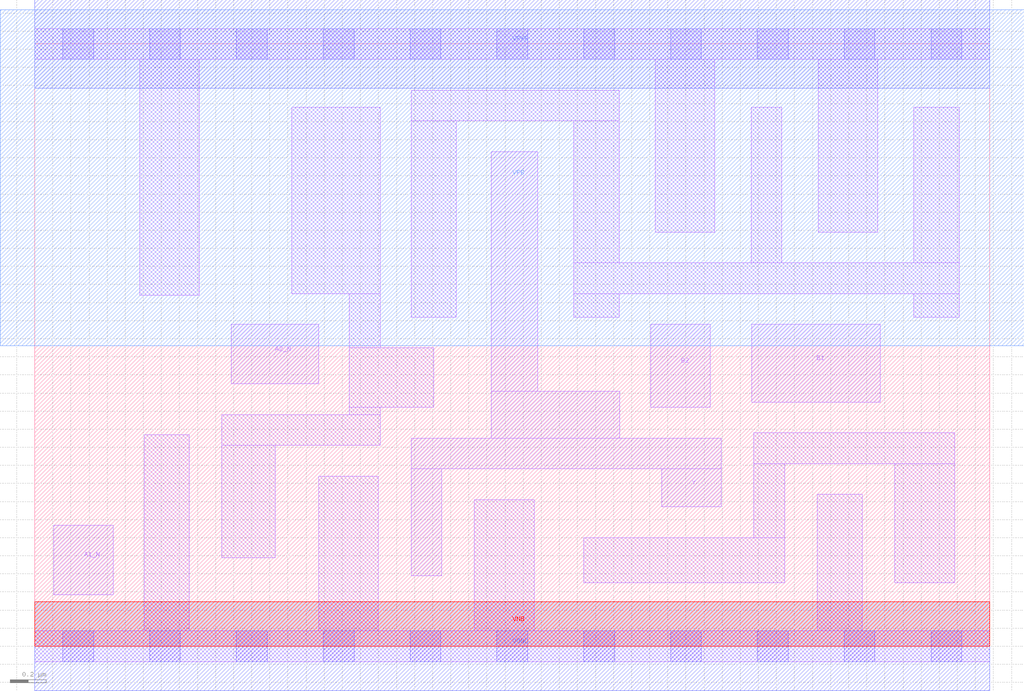
<source format=lef>
# Copyright 2020 The SkyWater PDK Authors
#
# Licensed under the Apache License, Version 2.0 (the "License");
# you may not use this file except in compliance with the License.
# You may obtain a copy of the License at
#
#     https://www.apache.org/licenses/LICENSE-2.0
#
# Unless required by applicable law or agreed to in writing, software
# distributed under the License is distributed on an "AS IS" BASIS,
# WITHOUT WARRANTIES OR CONDITIONS OF ANY KIND, either express or implied.
# See the License for the specific language governing permissions and
# limitations under the License.
#
# SPDX-License-Identifier: Apache-2.0

VERSION 5.7 ;
  NOWIREEXTENSIONATPIN ON ;
  DIVIDERCHAR "/" ;
  BUSBITCHARS "[]" ;
MACRO sky130_fd_sc_ms__a2bb2oi_2
  CLASS CORE ;
  FOREIGN sky130_fd_sc_ms__a2bb2oi_2 ;
  ORIGIN  0.000000  0.000000 ;
  SIZE  5.280000 BY  3.330000 ;
  SYMMETRY X Y ;
  SITE unit ;
  PIN A1_N
    ANTENNAGATEAREA  0.276000 ;
    DIRECTION INPUT ;
    USE SIGNAL ;
    PORT
      LAYER li1 ;
        RECT 0.105000 0.285000 0.435000 0.670000 ;
    END
  END A1_N
  PIN A2_N
    ANTENNAGATEAREA  0.276000 ;
    DIRECTION INPUT ;
    USE SIGNAL ;
    PORT
      LAYER li1 ;
        RECT 1.085000 1.450000 1.570000 1.780000 ;
    END
  END A2_N
  PIN B1
    ANTENNAGATEAREA  0.625200 ;
    DIRECTION INPUT ;
    USE SIGNAL ;
    PORT
      LAYER li1 ;
        RECT 3.965000 1.350000 4.675000 1.780000 ;
    END
  END B1
  PIN B2
    ANTENNAGATEAREA  0.625200 ;
    DIRECTION INPUT ;
    USE SIGNAL ;
    PORT
      LAYER li1 ;
        RECT 3.405000 1.320000 3.735000 1.780000 ;
    END
  END B2
  PIN Y
    ANTENNADIFFAREA  0.716800 ;
    DIRECTION OUTPUT ;
    USE SIGNAL ;
    PORT
      LAYER li1 ;
        RECT 2.080000 0.390000 2.250000 0.980000 ;
        RECT 2.080000 0.980000 3.795000 1.150000 ;
        RECT 2.525000 1.150000 3.235000 1.410000 ;
        RECT 2.525000 1.410000 2.780000 2.735000 ;
        RECT 3.465000 0.770000 3.795000 0.980000 ;
    END
  END Y
  PIN VGND
    DIRECTION INOUT ;
    USE GROUND ;
    PORT
      LAYER met1 ;
        RECT 0.000000 -0.245000 5.280000 0.245000 ;
    END
  END VGND
  PIN VNB
    DIRECTION INOUT ;
    USE GROUND ;
    PORT
      LAYER pwell ;
        RECT 0.000000 0.000000 5.280000 0.245000 ;
    END
  END VNB
  PIN VPB
    DIRECTION INOUT ;
    USE POWER ;
    PORT
      LAYER nwell ;
        RECT -0.190000 1.660000 5.470000 3.520000 ;
    END
  END VPB
  PIN VPWR
    DIRECTION INOUT ;
    USE POWER ;
    PORT
      LAYER met1 ;
        RECT 0.000000 3.085000 5.280000 3.575000 ;
    END
  END VPWR
  OBS
    LAYER li1 ;
      RECT 0.000000 -0.085000 5.280000 0.085000 ;
      RECT 0.000000  3.245000 5.280000 3.415000 ;
      RECT 0.580000  1.940000 0.910000 3.245000 ;
      RECT 0.605000  0.085000 0.855000 1.170000 ;
      RECT 1.035000  0.490000 1.330000 1.110000 ;
      RECT 1.035000  1.110000 1.910000 1.280000 ;
      RECT 1.420000  1.950000 1.910000 2.980000 ;
      RECT 1.570000  0.085000 1.900000 0.940000 ;
      RECT 1.740000  1.280000 1.910000 1.320000 ;
      RECT 1.740000  1.320000 2.205000 1.650000 ;
      RECT 1.740000  1.650000 1.910000 1.950000 ;
      RECT 2.080000  1.820000 2.330000 2.905000 ;
      RECT 2.080000  2.905000 3.230000 3.075000 ;
      RECT 2.430000  0.085000 2.760000 0.810000 ;
      RECT 2.980000  1.820000 3.230000 1.950000 ;
      RECT 2.980000  1.950000 5.110000 2.120000 ;
      RECT 2.980000  2.120000 3.230000 2.905000 ;
      RECT 3.035000  0.350000 4.145000 0.600000 ;
      RECT 3.430000  2.290000 3.760000 3.245000 ;
      RECT 3.960000  2.120000 4.130000 2.980000 ;
      RECT 3.975000  0.600000 4.145000 1.010000 ;
      RECT 3.975000  1.010000 5.085000 1.180000 ;
      RECT 4.325000  0.085000 4.575000 0.840000 ;
      RECT 4.330000  2.290000 4.660000 3.245000 ;
      RECT 4.755000  0.350000 5.085000 1.010000 ;
      RECT 4.860000  1.820000 5.110000 1.950000 ;
      RECT 4.860000  2.120000 5.110000 2.980000 ;
    LAYER mcon ;
      RECT 0.155000 -0.085000 0.325000 0.085000 ;
      RECT 0.155000  3.245000 0.325000 3.415000 ;
      RECT 0.635000 -0.085000 0.805000 0.085000 ;
      RECT 0.635000  3.245000 0.805000 3.415000 ;
      RECT 1.115000 -0.085000 1.285000 0.085000 ;
      RECT 1.115000  3.245000 1.285000 3.415000 ;
      RECT 1.595000 -0.085000 1.765000 0.085000 ;
      RECT 1.595000  3.245000 1.765000 3.415000 ;
      RECT 2.075000 -0.085000 2.245000 0.085000 ;
      RECT 2.075000  3.245000 2.245000 3.415000 ;
      RECT 2.555000 -0.085000 2.725000 0.085000 ;
      RECT 2.555000  3.245000 2.725000 3.415000 ;
      RECT 3.035000 -0.085000 3.205000 0.085000 ;
      RECT 3.035000  3.245000 3.205000 3.415000 ;
      RECT 3.515000 -0.085000 3.685000 0.085000 ;
      RECT 3.515000  3.245000 3.685000 3.415000 ;
      RECT 3.995000 -0.085000 4.165000 0.085000 ;
      RECT 3.995000  3.245000 4.165000 3.415000 ;
      RECT 4.475000 -0.085000 4.645000 0.085000 ;
      RECT 4.475000  3.245000 4.645000 3.415000 ;
      RECT 4.955000 -0.085000 5.125000 0.085000 ;
      RECT 4.955000  3.245000 5.125000 3.415000 ;
  END
END sky130_fd_sc_ms__a2bb2oi_2
END LIBRARY

</source>
